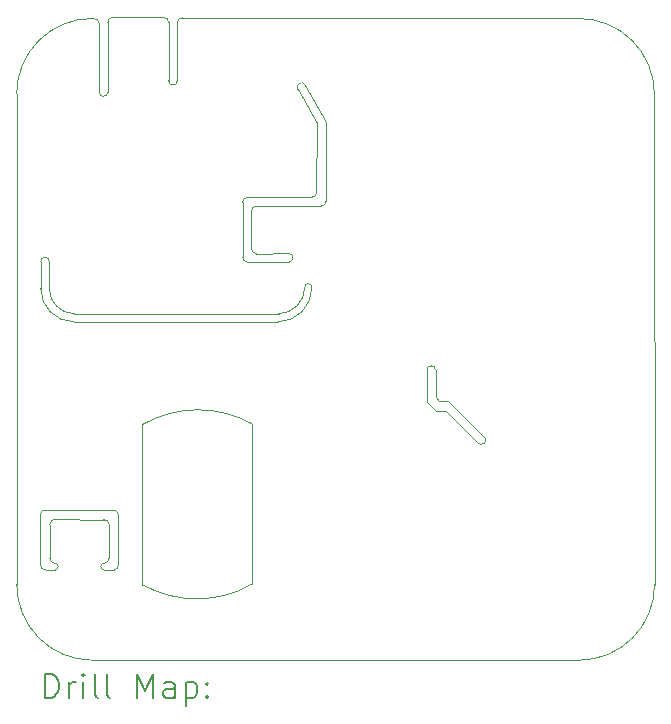
<source format=gbr>
%TF.GenerationSoftware,KiCad,Pcbnew,7.0.1*%
%TF.CreationDate,2023-04-03T11:39:19+02:00*%
%TF.ProjectId,smart_power_socket-54x54x1.6mm_3Cu,736d6172-745f-4706-9f77-65725f736f63,rev?*%
%TF.SameCoordinates,Original*%
%TF.FileFunction,Drillmap*%
%TF.FilePolarity,Positive*%
%FSLAX45Y45*%
G04 Gerber Fmt 4.5, Leading zero omitted, Abs format (unit mm)*
G04 Created by KiCad (PCBNEW 7.0.1) date 2023-04-03 11:39:19*
%MOMM*%
%LPD*%
G01*
G04 APERTURE LIST*
%ADD10C,0.100000*%
%ADD11C,0.200000*%
G04 APERTURE END LIST*
D10*
X11603410Y-11211177D02*
X11605297Y-11635411D01*
X11605301Y-11635411D02*
G75*
G03*
X11648346Y-11676411I41069J21D01*
G01*
X12264353Y-11210897D02*
G75*
G03*
X12221311Y-11169897I-41013J37D01*
G01*
X13316696Y-9029696D02*
X13316902Y-8563206D01*
X14951402Y-10211000D02*
X14951402Y-9985000D01*
X13398352Y-10439810D02*
X13398352Y-11796797D01*
X13847503Y-7570405D02*
G75*
G03*
X13783321Y-7607461I-32093J-18525D01*
G01*
X12185019Y-11291000D02*
G75*
G03*
X12141976Y-11250000I-41029J20D01*
G01*
X11892000Y-9507000D02*
X13621000Y-9507000D01*
X13358000Y-9071000D02*
X13706000Y-9071087D01*
X11404996Y-11800995D02*
X11403149Y-7647700D01*
X13903157Y-9283000D02*
G75*
G03*
X13842842Y-9283000I-30158J0D01*
G01*
X12469000Y-10445506D02*
X12469000Y-11802493D01*
X11726370Y-11249396D02*
X12141976Y-11250000D01*
X11681000Y-9296000D02*
X11681000Y-9066000D01*
X11684317Y-11578445D02*
G75*
G03*
X11727370Y-11619444I41053J5D01*
G01*
X12806304Y-7001700D02*
G75*
G03*
X12765000Y-7043000I-4J-41300D01*
G01*
X15364000Y-10550598D02*
X15110000Y-10296598D01*
X12224027Y-11677431D02*
X12144027Y-11677476D01*
X13398353Y-10439808D02*
G75*
G03*
X12469000Y-10445506I-459613J-828582D01*
G01*
X15039598Y-10331000D02*
X15311598Y-10603000D01*
X13706000Y-9071081D02*
G75*
G03*
X13706000Y-8996979I0J37051D01*
G01*
X13900794Y-8522098D02*
G75*
G03*
X13942097Y-8480794I-4J41308D01*
G01*
X11727370Y-11676875D02*
G75*
G03*
X11727370Y-11619444I0J28716D01*
G01*
X15056000Y-10242598D02*
X14983000Y-10242598D01*
X13433206Y-8596000D02*
X13981794Y-8596098D01*
X12689892Y-7533696D02*
G75*
G03*
X12764000Y-7533696I37054J0D01*
G01*
X13433206Y-8998000D02*
X13706000Y-8996979D01*
X14023000Y-7884000D02*
X13847500Y-7570407D01*
X13358206Y-8521902D02*
G75*
G03*
X13316902Y-8563206I4J-41308D01*
G01*
X13391902Y-8956696D02*
X13391902Y-8637304D01*
X11681000Y-9066000D02*
G75*
G03*
X11606892Y-9066000I-37054J0D01*
G01*
X12690300Y-7040304D02*
G75*
G03*
X12649000Y-6999000I-41300J4D01*
G01*
X14951402Y-9985000D02*
G75*
G03*
X14877294Y-9985000I-37054J0D01*
G01*
X13942097Y-8480794D02*
X13944000Y-7890000D01*
X16803161Y-7647696D02*
G75*
G03*
X16163149Y-7007689I-640001J7D01*
G01*
X13944000Y-7890000D02*
X13783321Y-7607461D01*
X12043156Y-7007693D02*
X12059794Y-7007693D01*
X13617000Y-9576083D02*
G75*
G03*
X13903157Y-9283000I-2370J288553D01*
G01*
X12224027Y-11677437D02*
G75*
G03*
X12265027Y-11634383I13J41037D01*
G01*
X12649000Y-6999000D02*
X12216000Y-6999000D01*
X12765000Y-7043000D02*
X12764000Y-7533696D01*
X11681000Y-9296000D02*
G75*
G03*
X11892000Y-9507000I211000J0D01*
G01*
X16805004Y-11800991D02*
X16803156Y-7647696D01*
X13316700Y-9029696D02*
G75*
G03*
X13358000Y-9071000I41300J-4D01*
G01*
X12264975Y-11634383D02*
X12264359Y-11210897D01*
X11888000Y-9576087D02*
X13617000Y-9576087D01*
X12216000Y-6998996D02*
G75*
G03*
X12174696Y-7040304I0J-41304D01*
G01*
X14023097Y-8554794D02*
X14023000Y-7884000D01*
X15039598Y-10331000D02*
X14952000Y-10330706D01*
X12043156Y-7007689D02*
G75*
G03*
X11403149Y-7647700I4J-640011D01*
G01*
X11648346Y-11676411D02*
X11727370Y-11676872D01*
X14877294Y-10256000D02*
X14952000Y-10330706D01*
X12806304Y-7001696D02*
X16163149Y-7007689D01*
X11684321Y-11578445D02*
X11685370Y-11292444D01*
X13621000Y-9507003D02*
G75*
G03*
X13842842Y-9283000I0J221853D01*
G01*
X11726370Y-11249400D02*
G75*
G03*
X11685370Y-11292444I-20J-41030D01*
G01*
X12100588Y-7630000D02*
G75*
G03*
X12174696Y-7630000I37054J0D01*
G01*
X15110000Y-10296598D02*
X15056000Y-10242598D01*
X13391910Y-8956696D02*
G75*
G03*
X13433206Y-8998000I41300J-4D01*
G01*
X13433206Y-8596003D02*
G75*
G03*
X13391902Y-8637304I-6J-41298D01*
G01*
X12045003Y-12441002D02*
X16164996Y-12440998D01*
X12144027Y-11620044D02*
G75*
G03*
X12144027Y-11677476I3J-28716D01*
G01*
X13900794Y-8522098D02*
X13358206Y-8521902D01*
X14983000Y-10242598D02*
X14951402Y-10211000D01*
X12221311Y-11169897D02*
X11644410Y-11168129D01*
X11644410Y-11168131D02*
G75*
G03*
X11603410Y-11211177I-10J-41039D01*
G01*
X12184976Y-11577000D02*
X12185024Y-11291000D01*
X14877294Y-9985000D02*
X14877294Y-10256000D01*
X12101097Y-7048997D02*
X12100588Y-7630000D01*
X12101097Y-7048997D02*
G75*
G03*
X12059794Y-7007693I-41307J-3D01*
G01*
X12690304Y-7040304D02*
X12689892Y-7533696D01*
X12469002Y-11802489D02*
G75*
G03*
X13398352Y-11796797I459618J828569D01*
G01*
X11606913Y-9295000D02*
X11606892Y-9066000D01*
X11606913Y-9295000D02*
G75*
G03*
X11888000Y-9576087I281087J0D01*
G01*
X11404998Y-11800995D02*
G75*
G03*
X12045003Y-12441002I640022J15D01*
G01*
X13981794Y-8596098D02*
G75*
G03*
X14023097Y-8554794I-4J41308D01*
G01*
X16164996Y-12441003D02*
G75*
G03*
X16805004Y-11800991I-7J640014D01*
G01*
X12144027Y-11620046D02*
G75*
G03*
X12185027Y-11577000I3J41046D01*
G01*
X15311598Y-10603000D02*
G75*
G03*
X15364000Y-10550598I26201J26201D01*
G01*
X12174696Y-7040304D02*
X12174696Y-7630000D01*
D11*
X11645768Y-12758525D02*
X11645768Y-12558525D01*
X11645768Y-12558525D02*
X11693387Y-12558525D01*
X11693387Y-12558525D02*
X11721958Y-12568049D01*
X11721958Y-12568049D02*
X11741006Y-12587097D01*
X11741006Y-12587097D02*
X11750529Y-12606144D01*
X11750529Y-12606144D02*
X11760053Y-12644240D01*
X11760053Y-12644240D02*
X11760053Y-12672811D01*
X11760053Y-12672811D02*
X11750529Y-12710906D01*
X11750529Y-12710906D02*
X11741006Y-12729954D01*
X11741006Y-12729954D02*
X11721958Y-12749002D01*
X11721958Y-12749002D02*
X11693387Y-12758525D01*
X11693387Y-12758525D02*
X11645768Y-12758525D01*
X11845768Y-12758525D02*
X11845768Y-12625192D01*
X11845768Y-12663287D02*
X11855291Y-12644240D01*
X11855291Y-12644240D02*
X11864815Y-12634716D01*
X11864815Y-12634716D02*
X11883863Y-12625192D01*
X11883863Y-12625192D02*
X11902910Y-12625192D01*
X11969577Y-12758525D02*
X11969577Y-12625192D01*
X11969577Y-12558525D02*
X11960053Y-12568049D01*
X11960053Y-12568049D02*
X11969577Y-12577573D01*
X11969577Y-12577573D02*
X11979101Y-12568049D01*
X11979101Y-12568049D02*
X11969577Y-12558525D01*
X11969577Y-12558525D02*
X11969577Y-12577573D01*
X12093387Y-12758525D02*
X12074339Y-12749002D01*
X12074339Y-12749002D02*
X12064815Y-12729954D01*
X12064815Y-12729954D02*
X12064815Y-12558525D01*
X12198148Y-12758525D02*
X12179101Y-12749002D01*
X12179101Y-12749002D02*
X12169577Y-12729954D01*
X12169577Y-12729954D02*
X12169577Y-12558525D01*
X12426720Y-12758525D02*
X12426720Y-12558525D01*
X12426720Y-12558525D02*
X12493387Y-12701383D01*
X12493387Y-12701383D02*
X12560053Y-12558525D01*
X12560053Y-12558525D02*
X12560053Y-12758525D01*
X12741006Y-12758525D02*
X12741006Y-12653764D01*
X12741006Y-12653764D02*
X12731482Y-12634716D01*
X12731482Y-12634716D02*
X12712434Y-12625192D01*
X12712434Y-12625192D02*
X12674339Y-12625192D01*
X12674339Y-12625192D02*
X12655291Y-12634716D01*
X12741006Y-12749002D02*
X12721958Y-12758525D01*
X12721958Y-12758525D02*
X12674339Y-12758525D01*
X12674339Y-12758525D02*
X12655291Y-12749002D01*
X12655291Y-12749002D02*
X12645768Y-12729954D01*
X12645768Y-12729954D02*
X12645768Y-12710906D01*
X12645768Y-12710906D02*
X12655291Y-12691859D01*
X12655291Y-12691859D02*
X12674339Y-12682335D01*
X12674339Y-12682335D02*
X12721958Y-12682335D01*
X12721958Y-12682335D02*
X12741006Y-12672811D01*
X12836244Y-12625192D02*
X12836244Y-12825192D01*
X12836244Y-12634716D02*
X12855291Y-12625192D01*
X12855291Y-12625192D02*
X12893387Y-12625192D01*
X12893387Y-12625192D02*
X12912434Y-12634716D01*
X12912434Y-12634716D02*
X12921958Y-12644240D01*
X12921958Y-12644240D02*
X12931482Y-12663287D01*
X12931482Y-12663287D02*
X12931482Y-12720430D01*
X12931482Y-12720430D02*
X12921958Y-12739478D01*
X12921958Y-12739478D02*
X12912434Y-12749002D01*
X12912434Y-12749002D02*
X12893387Y-12758525D01*
X12893387Y-12758525D02*
X12855291Y-12758525D01*
X12855291Y-12758525D02*
X12836244Y-12749002D01*
X13017196Y-12739478D02*
X13026720Y-12749002D01*
X13026720Y-12749002D02*
X13017196Y-12758525D01*
X13017196Y-12758525D02*
X13007672Y-12749002D01*
X13007672Y-12749002D02*
X13017196Y-12739478D01*
X13017196Y-12739478D02*
X13017196Y-12758525D01*
X13017196Y-12634716D02*
X13026720Y-12644240D01*
X13026720Y-12644240D02*
X13017196Y-12653764D01*
X13017196Y-12653764D02*
X13007672Y-12644240D01*
X13007672Y-12644240D02*
X13017196Y-12634716D01*
X13017196Y-12634716D02*
X13017196Y-12653764D01*
M02*

</source>
